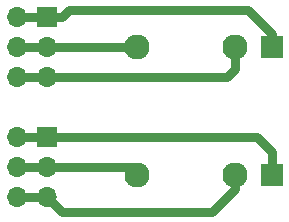
<source format=gbl>
G04 #@! TF.GenerationSoftware,KiCad,Pcbnew,(5.1.2-1)-1*
G04 #@! TF.CreationDate,2020-04-09T00:53:56-04:00*
G04 #@! TF.ProjectId,thonkiconn_breadboard_adapter_v3,74686f6e-6b69-4636-9f6e-6e5f62726561,rev?*
G04 #@! TF.SameCoordinates,Original*
G04 #@! TF.FileFunction,Copper,L2,Bot*
G04 #@! TF.FilePolarity,Positive*
%FSLAX46Y46*%
G04 Gerber Fmt 4.6, Leading zero omitted, Abs format (unit mm)*
G04 Created by KiCad (PCBNEW (5.1.2-1)-1) date 2020-04-09 00:53:56*
%MOMM*%
%LPD*%
G04 APERTURE LIST*
%ADD10C,2.130000*%
%ADD11R,1.830000X1.930000*%
%ADD12O,1.700000X1.700000*%
%ADD13R,1.700000X1.700000*%
%ADD14C,0.762000*%
G04 APERTURE END LIST*
D10*
X149255000Y-81915000D03*
D11*
X160655000Y-81915000D03*
D10*
X157555000Y-81915000D03*
X149255000Y-71120000D03*
D11*
X160655000Y-71120000D03*
D10*
X157555000Y-71120000D03*
D12*
X139065000Y-83820000D03*
X141605000Y-83820000D03*
X139065000Y-81280000D03*
X141605000Y-81280000D03*
X139065000Y-78740000D03*
D13*
X141605000Y-78740000D03*
D12*
X139065000Y-73660000D03*
X141605000Y-73660000D03*
X139065000Y-71120000D03*
X141605000Y-71120000D03*
X139065000Y-68580000D03*
D13*
X141605000Y-68580000D03*
D14*
X141605000Y-71120000D02*
X149255000Y-71120000D01*
X139065000Y-71120000D02*
X141605000Y-71120000D01*
X160655000Y-70002600D02*
X158597400Y-67945000D01*
X160655000Y-71120000D02*
X160655000Y-70002600D01*
X158597400Y-67945000D02*
X143510000Y-67945000D01*
X142875000Y-68580000D02*
X141605000Y-68580000D01*
X143510000Y-67945000D02*
X142875000Y-68580000D01*
X139065000Y-68580000D02*
X141605000Y-68580000D01*
X157555000Y-71120000D02*
X157555000Y-72950000D01*
X156845000Y-73660000D02*
X141605000Y-73660000D01*
X157555000Y-72950000D02*
X156845000Y-73660000D01*
X139065000Y-73660000D02*
X141605000Y-73660000D01*
X148620000Y-81280000D02*
X149255000Y-81915000D01*
X141605000Y-81280000D02*
X148620000Y-81280000D01*
X139065000Y-81280000D02*
X141605000Y-81280000D01*
X159385000Y-78740000D02*
X141605000Y-78740000D01*
X160655000Y-80010000D02*
X159385000Y-78740000D01*
X160655000Y-81915000D02*
X160655000Y-80010000D01*
X139065000Y-78740000D02*
X141605000Y-78740000D01*
X157555000Y-81915000D02*
X157555000Y-83110000D01*
X157555000Y-83110000D02*
X155575000Y-85090000D01*
X155575000Y-85090000D02*
X142875000Y-85090000D01*
X142875000Y-85090000D02*
X141605000Y-83820000D01*
X139065000Y-83820000D02*
X141605000Y-83820000D01*
M02*

</source>
